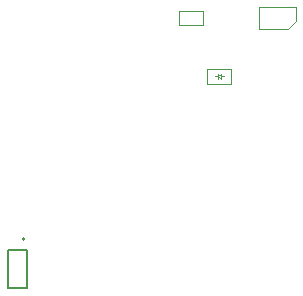
<source format=gbr>
G04 #@! TF.GenerationSoftware,KiCad,Pcbnew,5.1.7-a382d34a8~88~ubuntu18.04.1*
G04 #@! TF.CreationDate,2021-11-19T23:21:26+05:30*
G04 #@! TF.ProjectId,FrontEnd_HeavyDevice_v2,46726f6e-7445-46e6-945f-486561767944,rev?*
G04 #@! TF.SameCoordinates,Original*
G04 #@! TF.FileFunction,Other,Fab,Bot*
%FSLAX46Y46*%
G04 Gerber Fmt 4.6, Leading zero omitted, Abs format (unit mm)*
G04 Created by KiCad (PCBNEW 5.1.7-a382d34a8~88~ubuntu18.04.1) date 2021-11-19 23:21:26*
%MOMM*%
%LPD*%
G01*
G04 APERTURE LIST*
%ADD10C,0.200000*%
%ADD11C,0.127000*%
%ADD12C,0.100000*%
G04 APERTURE END LIST*
D10*
X99134700Y-106949000D02*
G75*
G03*
X99134700Y-106949000I-100000J0D01*
G01*
D11*
X97729100Y-111125000D02*
X97729100Y-107925000D01*
X99329100Y-111125000D02*
X97729100Y-111125000D01*
X99329100Y-107925000D02*
X99329100Y-111125000D01*
X97729100Y-107925000D02*
X99329100Y-107925000D01*
D12*
X114220000Y-87620000D02*
X112220000Y-87620000D01*
X112220000Y-87620000D02*
X112220000Y-88860000D01*
X112220000Y-88860000D02*
X114220000Y-88860000D01*
X114220000Y-88860000D02*
X114220000Y-87620000D01*
X114590000Y-93829900D02*
X116590000Y-93829900D01*
X116590000Y-93829900D02*
X116590000Y-92529900D01*
X116590000Y-92529900D02*
X114590000Y-92529900D01*
X114590000Y-92529900D02*
X114590000Y-93829900D01*
X115790000Y-93379900D02*
X115490000Y-93179900D01*
X115490000Y-93179900D02*
X115790000Y-92979900D01*
X115790000Y-92979900D02*
X115790000Y-93379900D01*
X115490000Y-93379900D02*
X115490000Y-92979900D01*
X115490000Y-93179900D02*
X115290000Y-93179900D01*
X115790000Y-93179900D02*
X115990000Y-93179900D01*
X121450000Y-89140000D02*
X122100000Y-88490000D01*
X122100000Y-87340000D02*
X122100000Y-88490000D01*
X121450000Y-89140000D02*
X119000000Y-89140000D01*
X119000000Y-87340000D02*
X119000000Y-89140000D01*
X122100000Y-87340000D02*
X119000000Y-87340000D01*
M02*

</source>
